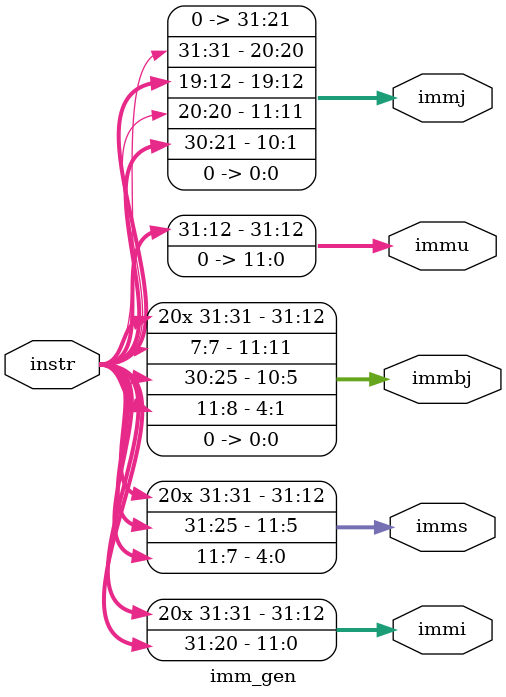
<source format=v>
`timescale 1ns / 1ps


module imm_gen(
    input [31:0] instr,
    output reg [31:0] immi,
    output reg [31:0] imms,
    output reg [31:0] immbj,
    output reg [31:0] immu,
    output reg [31:0] immj
    );
    
    always@(*)
    begin
    immi  <=  {{21{instr[31]}}, instr[30:20]};
    imms  <=  {{21{instr[31]}}, instr[30:25], instr[11:7]};
    immbj <=  {{20{instr[31]}}, instr[7], instr[30:25], instr[11:8], 1'b0}; 
    immu  <=  {instr[31:12], 12'b0};
    immj  <=  {11'b0,instr[31],instr[19:12],instr[20],instr[30:21], 1'b0};
    
    end
endmodule

</source>
